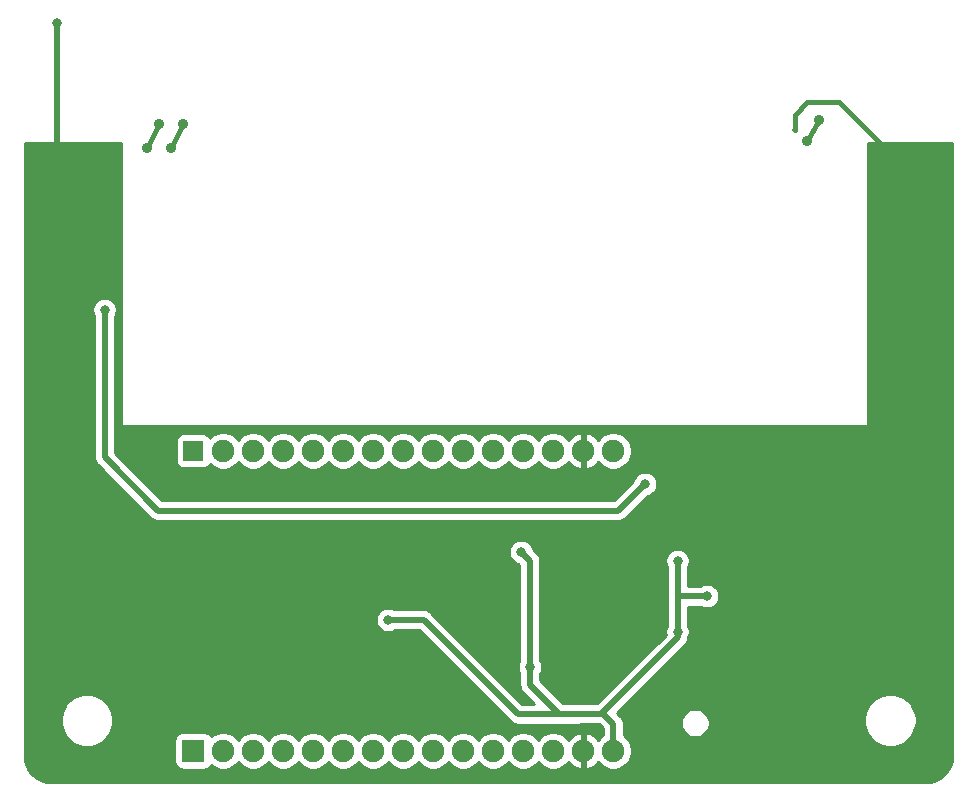
<source format=gbl>
G04 #@! TF.GenerationSoftware,KiCad,Pcbnew,(5.1.6)-1*
G04 #@! TF.CreationDate,2022-02-06T18:42:46-08:00*
G04 #@! TF.ProjectId,MFRC522 PCB ESP32,4d465243-3532-4322-9050-434220455350,rev?*
G04 #@! TF.SameCoordinates,Original*
G04 #@! TF.FileFunction,Copper,L2,Bot*
G04 #@! TF.FilePolarity,Positive*
%FSLAX46Y46*%
G04 Gerber Fmt 4.6, Leading zero omitted, Abs format (unit mm)*
G04 Created by KiCad (PCBNEW (5.1.6)-1) date 2022-02-06 18:42:46*
%MOMM*%
%LPD*%
G01*
G04 APERTURE LIST*
G04 #@! TA.AperFunction,ComponentPad*
%ADD10O,1.900000X1.900000*%
G04 #@! TD*
G04 #@! TA.AperFunction,ComponentPad*
%ADD11R,1.900000X1.900000*%
G04 #@! TD*
G04 #@! TA.AperFunction,ComponentPad*
%ADD12R,1.700000X1.700000*%
G04 #@! TD*
G04 #@! TA.AperFunction,ViaPad*
%ADD13C,0.500000*%
G04 #@! TD*
G04 #@! TA.AperFunction,ViaPad*
%ADD14C,0.800000*%
G04 #@! TD*
G04 #@! TA.AperFunction,ViaPad*
%ADD15C,0.907000*%
G04 #@! TD*
G04 #@! TA.AperFunction,Conductor*
%ADD16C,0.406000*%
G04 #@! TD*
G04 #@! TA.AperFunction,Conductor*
%ADD17C,0.381000*%
G04 #@! TD*
G04 #@! TA.AperFunction,Conductor*
%ADD18C,0.508000*%
G04 #@! TD*
G04 #@! TA.AperFunction,Conductor*
%ADD19C,0.254000*%
G04 #@! TD*
G04 APERTURE END LIST*
D10*
X227560000Y-121600000D03*
X225020000Y-121600000D03*
X222480000Y-121600000D03*
X219940000Y-121600000D03*
X217400000Y-121600000D03*
X214860000Y-121600000D03*
X212320000Y-121600000D03*
X209780000Y-121600000D03*
X207240000Y-121600000D03*
X204700000Y-121600000D03*
X202160000Y-121600000D03*
X199620000Y-121600000D03*
X197080000Y-121600000D03*
X194540000Y-121600000D03*
D11*
X192000000Y-121600000D03*
D10*
X227560000Y-96200000D03*
X225020000Y-96200000D03*
X222480000Y-96200000D03*
X219940000Y-96200000D03*
X217400000Y-96200000D03*
X214860000Y-96200000D03*
X212320000Y-96200000D03*
X209780000Y-96200000D03*
X207240000Y-96200000D03*
X204700000Y-96200000D03*
X202160000Y-96200000D03*
X199620000Y-96200000D03*
X197080000Y-96200000D03*
X194540000Y-96200000D03*
D12*
X192000000Y-96200000D03*
D13*
X189250000Y-103250000D03*
X190250000Y-103250000D03*
X190250000Y-104250000D03*
X189250000Y-104250000D03*
D14*
X227500000Y-109250000D03*
X226500000Y-109250000D03*
X225500000Y-109250000D03*
X225500000Y-108250000D03*
X226500000Y-108250000D03*
X227500000Y-108250000D03*
X227500000Y-107250000D03*
X226500000Y-107250000D03*
X225500000Y-107250000D03*
D13*
X226000000Y-103500000D03*
D15*
X191097000Y-68534000D03*
X190081000Y-70566000D03*
X243929000Y-69931000D03*
X244945000Y-68153000D03*
X189065000Y-68534000D03*
X188049000Y-70566000D03*
D13*
X242913000Y-69042000D03*
D14*
X246000000Y-109000000D03*
X246000000Y-108000000D03*
X245000000Y-108000000D03*
X244000000Y-108000000D03*
X245000000Y-109000000D03*
X243999970Y-109000000D03*
X238500000Y-103500000D03*
X235000000Y-105500012D03*
X224000000Y-116000000D03*
X231500000Y-110500000D03*
X236500000Y-113000000D03*
X218500000Y-114500000D03*
X209250000Y-105250000D03*
X180500000Y-92000000D03*
X180500000Y-76000000D03*
X180500000Y-60000000D03*
X230250000Y-101250000D03*
X225387998Y-99362002D03*
X184500000Y-84250000D03*
X230250000Y-99000000D03*
X235500000Y-108500000D03*
X233000006Y-105500006D03*
X233000000Y-111500000D03*
X220500000Y-114500000D03*
X219750000Y-104750000D03*
X208500000Y-110500000D03*
D16*
X190081000Y-70566000D02*
X191097000Y-68534000D01*
X189065000Y-68534000D02*
X188049000Y-70566000D01*
X244945000Y-68153000D02*
X243929000Y-69931000D01*
D17*
X242913000Y-67771995D02*
X244004560Y-66680435D01*
X252000000Y-72000000D02*
X255000000Y-72000000D01*
X242913000Y-69042000D02*
X242913000Y-67771995D01*
X244004560Y-66680435D02*
X246680435Y-66680435D01*
X246680435Y-66680435D02*
X252000000Y-72000000D01*
D18*
X180500000Y-60000000D02*
X180500000Y-92000000D01*
X184500000Y-84250000D02*
X184500000Y-84250000D01*
X189000000Y-101250000D02*
X184500000Y-96750000D01*
X230250000Y-99000000D02*
X228000000Y-101250000D01*
X184500000Y-96750000D02*
X184500000Y-84250000D01*
X228000000Y-101250000D02*
X189000000Y-101250000D01*
X233000000Y-108500000D02*
X235500000Y-108500000D01*
X233000000Y-112000000D02*
X233000000Y-111500000D01*
X235500000Y-108500000D02*
X235500000Y-108500000D01*
X233000000Y-105500012D02*
X233000012Y-105500000D01*
X233000000Y-108500000D02*
X233000000Y-105500012D01*
X233000000Y-111500000D02*
X233000000Y-108500000D01*
X226560000Y-118440000D02*
X222940000Y-118440000D01*
X222940000Y-118440000D02*
X220500000Y-116000000D01*
X220500000Y-116000000D02*
X220500000Y-114500000D01*
X220500000Y-114500000D02*
X220500000Y-114500000D01*
X226560000Y-118440000D02*
X233000000Y-112000000D01*
X220500000Y-114500000D02*
X220500000Y-105500000D01*
X220500000Y-105500000D02*
X219750000Y-104750000D01*
D17*
X219750000Y-104750000D02*
X219750000Y-104750000D01*
D18*
X211500000Y-110500000D02*
X208500000Y-110500000D01*
X219500000Y-118500000D02*
X211500000Y-110500000D01*
X224460000Y-118500000D02*
X219500000Y-118500000D01*
X208500000Y-110500000D02*
X208500000Y-110500000D01*
X226690000Y-118440000D02*
X226560000Y-118440000D01*
X227560000Y-121600000D02*
X227560000Y-119310000D01*
X227560000Y-119310000D02*
X226690000Y-118440000D01*
D19*
G36*
X185873000Y-94000000D02*
G01*
X185875440Y-94024776D01*
X185882667Y-94048601D01*
X185894403Y-94070557D01*
X185910197Y-94089803D01*
X185929443Y-94105597D01*
X185951399Y-94117333D01*
X185975224Y-94124560D01*
X186000000Y-94127000D01*
X249000000Y-94127000D01*
X249024776Y-94124560D01*
X249048601Y-94117333D01*
X249070557Y-94105597D01*
X249089803Y-94089803D01*
X249105597Y-94070557D01*
X249117333Y-94048601D01*
X249124560Y-94024776D01*
X249127000Y-94000000D01*
X249127000Y-70127000D01*
X256265000Y-70127000D01*
X256265001Y-121964043D01*
X256218406Y-122439255D01*
X256090838Y-122861781D01*
X255883631Y-123251482D01*
X255604676Y-123593513D01*
X255264601Y-123874849D01*
X254876356Y-124084771D01*
X254454737Y-124215285D01*
X253981726Y-124265000D01*
X180035947Y-124265000D01*
X179560745Y-124218406D01*
X179138219Y-124090838D01*
X178748518Y-123883631D01*
X178406487Y-123604676D01*
X178125151Y-123264601D01*
X177915229Y-122876356D01*
X177784715Y-122454737D01*
X177735000Y-121981726D01*
X177735000Y-118779872D01*
X180765000Y-118779872D01*
X180765000Y-119220128D01*
X180850890Y-119651925D01*
X181019369Y-120058669D01*
X181263962Y-120424729D01*
X181575271Y-120736038D01*
X181941331Y-120980631D01*
X182348075Y-121149110D01*
X182779872Y-121235000D01*
X183220128Y-121235000D01*
X183651925Y-121149110D01*
X184058669Y-120980631D01*
X184424729Y-120736038D01*
X184510767Y-120650000D01*
X190411928Y-120650000D01*
X190411928Y-122550000D01*
X190424188Y-122674482D01*
X190460498Y-122794180D01*
X190519463Y-122904494D01*
X190598815Y-123001185D01*
X190695506Y-123080537D01*
X190805820Y-123139502D01*
X190925518Y-123175812D01*
X191050000Y-123188072D01*
X192950000Y-123188072D01*
X193074482Y-123175812D01*
X193194180Y-123139502D01*
X193304494Y-123080537D01*
X193401185Y-123001185D01*
X193480537Y-122904494D01*
X193523182Y-122824711D01*
X193529621Y-122831150D01*
X193789221Y-123004609D01*
X194077673Y-123124089D01*
X194383891Y-123185000D01*
X194696109Y-123185000D01*
X195002327Y-123124089D01*
X195290779Y-123004609D01*
X195550379Y-122831150D01*
X195771150Y-122610379D01*
X195810000Y-122552236D01*
X195848850Y-122610379D01*
X196069621Y-122831150D01*
X196329221Y-123004609D01*
X196617673Y-123124089D01*
X196923891Y-123185000D01*
X197236109Y-123185000D01*
X197542327Y-123124089D01*
X197830779Y-123004609D01*
X198090379Y-122831150D01*
X198311150Y-122610379D01*
X198350000Y-122552236D01*
X198388850Y-122610379D01*
X198609621Y-122831150D01*
X198869221Y-123004609D01*
X199157673Y-123124089D01*
X199463891Y-123185000D01*
X199776109Y-123185000D01*
X200082327Y-123124089D01*
X200370779Y-123004609D01*
X200630379Y-122831150D01*
X200851150Y-122610379D01*
X200890000Y-122552236D01*
X200928850Y-122610379D01*
X201149621Y-122831150D01*
X201409221Y-123004609D01*
X201697673Y-123124089D01*
X202003891Y-123185000D01*
X202316109Y-123185000D01*
X202622327Y-123124089D01*
X202910779Y-123004609D01*
X203170379Y-122831150D01*
X203391150Y-122610379D01*
X203430000Y-122552236D01*
X203468850Y-122610379D01*
X203689621Y-122831150D01*
X203949221Y-123004609D01*
X204237673Y-123124089D01*
X204543891Y-123185000D01*
X204856109Y-123185000D01*
X205162327Y-123124089D01*
X205450779Y-123004609D01*
X205710379Y-122831150D01*
X205931150Y-122610379D01*
X205970000Y-122552236D01*
X206008850Y-122610379D01*
X206229621Y-122831150D01*
X206489221Y-123004609D01*
X206777673Y-123124089D01*
X207083891Y-123185000D01*
X207396109Y-123185000D01*
X207702327Y-123124089D01*
X207990779Y-123004609D01*
X208250379Y-122831150D01*
X208471150Y-122610379D01*
X208510000Y-122552236D01*
X208548850Y-122610379D01*
X208769621Y-122831150D01*
X209029221Y-123004609D01*
X209317673Y-123124089D01*
X209623891Y-123185000D01*
X209936109Y-123185000D01*
X210242327Y-123124089D01*
X210530779Y-123004609D01*
X210790379Y-122831150D01*
X211011150Y-122610379D01*
X211050000Y-122552236D01*
X211088850Y-122610379D01*
X211309621Y-122831150D01*
X211569221Y-123004609D01*
X211857673Y-123124089D01*
X212163891Y-123185000D01*
X212476109Y-123185000D01*
X212782327Y-123124089D01*
X213070779Y-123004609D01*
X213330379Y-122831150D01*
X213551150Y-122610379D01*
X213590000Y-122552236D01*
X213628850Y-122610379D01*
X213849621Y-122831150D01*
X214109221Y-123004609D01*
X214397673Y-123124089D01*
X214703891Y-123185000D01*
X215016109Y-123185000D01*
X215322327Y-123124089D01*
X215610779Y-123004609D01*
X215870379Y-122831150D01*
X216091150Y-122610379D01*
X216130000Y-122552236D01*
X216168850Y-122610379D01*
X216389621Y-122831150D01*
X216649221Y-123004609D01*
X216937673Y-123124089D01*
X217243891Y-123185000D01*
X217556109Y-123185000D01*
X217862327Y-123124089D01*
X218150779Y-123004609D01*
X218410379Y-122831150D01*
X218631150Y-122610379D01*
X218670000Y-122552236D01*
X218708850Y-122610379D01*
X218929621Y-122831150D01*
X219189221Y-123004609D01*
X219477673Y-123124089D01*
X219783891Y-123185000D01*
X220096109Y-123185000D01*
X220402327Y-123124089D01*
X220690779Y-123004609D01*
X220950379Y-122831150D01*
X221171150Y-122610379D01*
X221210000Y-122552236D01*
X221248850Y-122610379D01*
X221469621Y-122831150D01*
X221729221Y-123004609D01*
X222017673Y-123124089D01*
X222323891Y-123185000D01*
X222636109Y-123185000D01*
X222942327Y-123124089D01*
X223230779Y-123004609D01*
X223490379Y-122831150D01*
X223711150Y-122610379D01*
X223752448Y-122548572D01*
X223946044Y-122765702D01*
X224194097Y-122952822D01*
X224473889Y-123087954D01*
X224647412Y-123140586D01*
X224893000Y-123020584D01*
X224893000Y-121727000D01*
X224873000Y-121727000D01*
X224873000Y-121473000D01*
X224893000Y-121473000D01*
X224893000Y-120179416D01*
X224647412Y-120059414D01*
X224473889Y-120112046D01*
X224194097Y-120247178D01*
X223946044Y-120434298D01*
X223752448Y-120651428D01*
X223711150Y-120589621D01*
X223490379Y-120368850D01*
X223230779Y-120195391D01*
X222942327Y-120075911D01*
X222636109Y-120015000D01*
X222323891Y-120015000D01*
X222017673Y-120075911D01*
X221729221Y-120195391D01*
X221469621Y-120368850D01*
X221248850Y-120589621D01*
X221210000Y-120647764D01*
X221171150Y-120589621D01*
X220950379Y-120368850D01*
X220690779Y-120195391D01*
X220402327Y-120075911D01*
X220096109Y-120015000D01*
X219783891Y-120015000D01*
X219477673Y-120075911D01*
X219189221Y-120195391D01*
X218929621Y-120368850D01*
X218708850Y-120589621D01*
X218670000Y-120647764D01*
X218631150Y-120589621D01*
X218410379Y-120368850D01*
X218150779Y-120195391D01*
X217862327Y-120075911D01*
X217556109Y-120015000D01*
X217243891Y-120015000D01*
X216937673Y-120075911D01*
X216649221Y-120195391D01*
X216389621Y-120368850D01*
X216168850Y-120589621D01*
X216130000Y-120647764D01*
X216091150Y-120589621D01*
X215870379Y-120368850D01*
X215610779Y-120195391D01*
X215322327Y-120075911D01*
X215016109Y-120015000D01*
X214703891Y-120015000D01*
X214397673Y-120075911D01*
X214109221Y-120195391D01*
X213849621Y-120368850D01*
X213628850Y-120589621D01*
X213590000Y-120647764D01*
X213551150Y-120589621D01*
X213330379Y-120368850D01*
X213070779Y-120195391D01*
X212782327Y-120075911D01*
X212476109Y-120015000D01*
X212163891Y-120015000D01*
X211857673Y-120075911D01*
X211569221Y-120195391D01*
X211309621Y-120368850D01*
X211088850Y-120589621D01*
X211050000Y-120647764D01*
X211011150Y-120589621D01*
X210790379Y-120368850D01*
X210530779Y-120195391D01*
X210242327Y-120075911D01*
X209936109Y-120015000D01*
X209623891Y-120015000D01*
X209317673Y-120075911D01*
X209029221Y-120195391D01*
X208769621Y-120368850D01*
X208548850Y-120589621D01*
X208510000Y-120647764D01*
X208471150Y-120589621D01*
X208250379Y-120368850D01*
X207990779Y-120195391D01*
X207702327Y-120075911D01*
X207396109Y-120015000D01*
X207083891Y-120015000D01*
X206777673Y-120075911D01*
X206489221Y-120195391D01*
X206229621Y-120368850D01*
X206008850Y-120589621D01*
X205970000Y-120647764D01*
X205931150Y-120589621D01*
X205710379Y-120368850D01*
X205450779Y-120195391D01*
X205162327Y-120075911D01*
X204856109Y-120015000D01*
X204543891Y-120015000D01*
X204237673Y-120075911D01*
X203949221Y-120195391D01*
X203689621Y-120368850D01*
X203468850Y-120589621D01*
X203430000Y-120647764D01*
X203391150Y-120589621D01*
X203170379Y-120368850D01*
X202910779Y-120195391D01*
X202622327Y-120075911D01*
X202316109Y-120015000D01*
X202003891Y-120015000D01*
X201697673Y-120075911D01*
X201409221Y-120195391D01*
X201149621Y-120368850D01*
X200928850Y-120589621D01*
X200890000Y-120647764D01*
X200851150Y-120589621D01*
X200630379Y-120368850D01*
X200370779Y-120195391D01*
X200082327Y-120075911D01*
X199776109Y-120015000D01*
X199463891Y-120015000D01*
X199157673Y-120075911D01*
X198869221Y-120195391D01*
X198609621Y-120368850D01*
X198388850Y-120589621D01*
X198350000Y-120647764D01*
X198311150Y-120589621D01*
X198090379Y-120368850D01*
X197830779Y-120195391D01*
X197542327Y-120075911D01*
X197236109Y-120015000D01*
X196923891Y-120015000D01*
X196617673Y-120075911D01*
X196329221Y-120195391D01*
X196069621Y-120368850D01*
X195848850Y-120589621D01*
X195810000Y-120647764D01*
X195771150Y-120589621D01*
X195550379Y-120368850D01*
X195290779Y-120195391D01*
X195002327Y-120075911D01*
X194696109Y-120015000D01*
X194383891Y-120015000D01*
X194077673Y-120075911D01*
X193789221Y-120195391D01*
X193529621Y-120368850D01*
X193523182Y-120375289D01*
X193480537Y-120295506D01*
X193401185Y-120198815D01*
X193304494Y-120119463D01*
X193194180Y-120060498D01*
X193074482Y-120024188D01*
X192950000Y-120011928D01*
X191050000Y-120011928D01*
X190925518Y-120024188D01*
X190805820Y-120060498D01*
X190695506Y-120119463D01*
X190598815Y-120198815D01*
X190519463Y-120295506D01*
X190460498Y-120405820D01*
X190424188Y-120525518D01*
X190411928Y-120650000D01*
X184510767Y-120650000D01*
X184736038Y-120424729D01*
X184980631Y-120058669D01*
X185149110Y-119651925D01*
X185235000Y-119220128D01*
X185235000Y-118779872D01*
X185149110Y-118348075D01*
X184980631Y-117941331D01*
X184736038Y-117575271D01*
X184424729Y-117263962D01*
X184058669Y-117019369D01*
X183651925Y-116850890D01*
X183220128Y-116765000D01*
X182779872Y-116765000D01*
X182348075Y-116850890D01*
X181941331Y-117019369D01*
X181575271Y-117263962D01*
X181263962Y-117575271D01*
X181019369Y-117941331D01*
X180850890Y-118348075D01*
X180765000Y-118779872D01*
X177735000Y-118779872D01*
X177735000Y-110398061D01*
X207465000Y-110398061D01*
X207465000Y-110601939D01*
X207504774Y-110801898D01*
X207582795Y-110990256D01*
X207696063Y-111159774D01*
X207840226Y-111303937D01*
X208009744Y-111417205D01*
X208198102Y-111495226D01*
X208398061Y-111535000D01*
X208601939Y-111535000D01*
X208801898Y-111495226D01*
X208990256Y-111417205D01*
X209032468Y-111389000D01*
X211131765Y-111389000D01*
X218840506Y-119097742D01*
X218868341Y-119131659D01*
X219003709Y-119242753D01*
X219158149Y-119325303D01*
X219224058Y-119345296D01*
X219325724Y-119376136D01*
X219358924Y-119379406D01*
X219456333Y-119389000D01*
X219456339Y-119389000D01*
X219499999Y-119393300D01*
X219543659Y-119389000D01*
X224503667Y-119389000D01*
X224634274Y-119376136D01*
X224789663Y-119329000D01*
X226321765Y-119329000D01*
X226671001Y-119678237D01*
X226671001Y-120287747D01*
X226549621Y-120368850D01*
X226328850Y-120589621D01*
X226287552Y-120651428D01*
X226093956Y-120434298D01*
X225845903Y-120247178D01*
X225566111Y-120112046D01*
X225392588Y-120059414D01*
X225147000Y-120179416D01*
X225147000Y-121473000D01*
X225167000Y-121473000D01*
X225167000Y-121727000D01*
X225147000Y-121727000D01*
X225147000Y-123020584D01*
X225392588Y-123140586D01*
X225566111Y-123087954D01*
X225845903Y-122952822D01*
X226093956Y-122765702D01*
X226287552Y-122548572D01*
X226328850Y-122610379D01*
X226549621Y-122831150D01*
X226809221Y-123004609D01*
X227097673Y-123124089D01*
X227403891Y-123185000D01*
X227716109Y-123185000D01*
X228022327Y-123124089D01*
X228310779Y-123004609D01*
X228570379Y-122831150D01*
X228791150Y-122610379D01*
X228964609Y-122350779D01*
X229084089Y-122062327D01*
X229145000Y-121756109D01*
X229145000Y-121443891D01*
X229084089Y-121137673D01*
X228964609Y-120849221D01*
X228791150Y-120589621D01*
X228570379Y-120368850D01*
X228449000Y-120287747D01*
X228449000Y-119353660D01*
X228453300Y-119310000D01*
X228449000Y-119266340D01*
X228449000Y-119266333D01*
X228436136Y-119135726D01*
X228434903Y-119131659D01*
X228434621Y-119130727D01*
X233289000Y-119130727D01*
X233289000Y-119369273D01*
X233335538Y-119603236D01*
X233426825Y-119823624D01*
X233559354Y-120021968D01*
X233728032Y-120190646D01*
X233926376Y-120323175D01*
X234146764Y-120414462D01*
X234380727Y-120461000D01*
X234619273Y-120461000D01*
X234853236Y-120414462D01*
X235073624Y-120323175D01*
X235271968Y-120190646D01*
X235440646Y-120021968D01*
X235573175Y-119823624D01*
X235664462Y-119603236D01*
X235711000Y-119369273D01*
X235711000Y-119130727D01*
X235664462Y-118896764D01*
X235616045Y-118779872D01*
X248765000Y-118779872D01*
X248765000Y-119220128D01*
X248850890Y-119651925D01*
X249019369Y-120058669D01*
X249263962Y-120424729D01*
X249575271Y-120736038D01*
X249941331Y-120980631D01*
X250348075Y-121149110D01*
X250779872Y-121235000D01*
X251220128Y-121235000D01*
X251651925Y-121149110D01*
X252058669Y-120980631D01*
X252424729Y-120736038D01*
X252736038Y-120424729D01*
X252980631Y-120058669D01*
X253149110Y-119651925D01*
X253235000Y-119220128D01*
X253235000Y-118779872D01*
X253149110Y-118348075D01*
X252980631Y-117941331D01*
X252736038Y-117575271D01*
X252424729Y-117263962D01*
X252058669Y-117019369D01*
X251651925Y-116850890D01*
X251220128Y-116765000D01*
X250779872Y-116765000D01*
X250348075Y-116850890D01*
X249941331Y-117019369D01*
X249575271Y-117263962D01*
X249263962Y-117575271D01*
X249019369Y-117941331D01*
X248850890Y-118348075D01*
X248765000Y-118779872D01*
X235616045Y-118779872D01*
X235573175Y-118676376D01*
X235440646Y-118478032D01*
X235271968Y-118309354D01*
X235073624Y-118176825D01*
X234853236Y-118085538D01*
X234619273Y-118039000D01*
X234380727Y-118039000D01*
X234146764Y-118085538D01*
X233926376Y-118176825D01*
X233728032Y-118309354D01*
X233559354Y-118478032D01*
X233426825Y-118676376D01*
X233335538Y-118896764D01*
X233289000Y-119130727D01*
X228434621Y-119130727D01*
X228406413Y-119037740D01*
X228385303Y-118968149D01*
X228302753Y-118813709D01*
X228191659Y-118678341D01*
X228157741Y-118650505D01*
X227882235Y-118375000D01*
X233597737Y-112659498D01*
X233631659Y-112631659D01*
X233742753Y-112496291D01*
X233825303Y-112341851D01*
X233855364Y-112242753D01*
X233876136Y-112174276D01*
X233880333Y-112131659D01*
X233889000Y-112043667D01*
X233889000Y-112043661D01*
X233890293Y-112030533D01*
X233917205Y-111990256D01*
X233995226Y-111801898D01*
X234035000Y-111601939D01*
X234035000Y-111398061D01*
X233995226Y-111198102D01*
X233917205Y-111009744D01*
X233889000Y-110967532D01*
X233889000Y-109389000D01*
X234967532Y-109389000D01*
X235009744Y-109417205D01*
X235198102Y-109495226D01*
X235398061Y-109535000D01*
X235601939Y-109535000D01*
X235801898Y-109495226D01*
X235990256Y-109417205D01*
X236159774Y-109303937D01*
X236303937Y-109159774D01*
X236417205Y-108990256D01*
X236495226Y-108801898D01*
X236535000Y-108601939D01*
X236535000Y-108398061D01*
X236495226Y-108198102D01*
X236417205Y-108009744D01*
X236303937Y-107840226D01*
X236159774Y-107696063D01*
X235990256Y-107582795D01*
X235801898Y-107504774D01*
X235601939Y-107465000D01*
X235398061Y-107465000D01*
X235198102Y-107504774D01*
X235009744Y-107582795D01*
X234967532Y-107611000D01*
X233889000Y-107611000D01*
X233889000Y-106032483D01*
X233917211Y-105990262D01*
X233995232Y-105801904D01*
X234035006Y-105601945D01*
X234035006Y-105398067D01*
X233995232Y-105198108D01*
X233917211Y-105009750D01*
X233803943Y-104840232D01*
X233659780Y-104696069D01*
X233490262Y-104582801D01*
X233301904Y-104504780D01*
X233101945Y-104465006D01*
X232898067Y-104465006D01*
X232698108Y-104504780D01*
X232509750Y-104582801D01*
X232340232Y-104696069D01*
X232196069Y-104840232D01*
X232082801Y-105009750D01*
X232004780Y-105198108D01*
X231965006Y-105398067D01*
X231965006Y-105601945D01*
X232004780Y-105801904D01*
X232082801Y-105990262D01*
X232111001Y-106032466D01*
X232111000Y-108456332D01*
X232106699Y-108500000D01*
X232111001Y-108543677D01*
X232111000Y-110967532D01*
X232082795Y-111009744D01*
X232004774Y-111198102D01*
X231965000Y-111398061D01*
X231965000Y-111601939D01*
X231994171Y-111748594D01*
X226191765Y-117551000D01*
X223308236Y-117551000D01*
X221389000Y-115631765D01*
X221389000Y-115032468D01*
X221417205Y-114990256D01*
X221495226Y-114801898D01*
X221535000Y-114601939D01*
X221535000Y-114398061D01*
X221495226Y-114198102D01*
X221417205Y-114009744D01*
X221389000Y-113967532D01*
X221389000Y-105543659D01*
X221393300Y-105499999D01*
X221389000Y-105456339D01*
X221389000Y-105456333D01*
X221376136Y-105325726D01*
X221376136Y-105325724D01*
X221337424Y-105198108D01*
X221325303Y-105158149D01*
X221242753Y-105003709D01*
X221131659Y-104868341D01*
X221097741Y-104840505D01*
X220755130Y-104497895D01*
X220745226Y-104448102D01*
X220667205Y-104259744D01*
X220553937Y-104090226D01*
X220409774Y-103946063D01*
X220240256Y-103832795D01*
X220051898Y-103754774D01*
X219851939Y-103715000D01*
X219648061Y-103715000D01*
X219448102Y-103754774D01*
X219259744Y-103832795D01*
X219090226Y-103946063D01*
X218946063Y-104090226D01*
X218832795Y-104259744D01*
X218754774Y-104448102D01*
X218715000Y-104648061D01*
X218715000Y-104851939D01*
X218754774Y-105051898D01*
X218832795Y-105240256D01*
X218946063Y-105409774D01*
X219090226Y-105553937D01*
X219259744Y-105667205D01*
X219448102Y-105745226D01*
X219497895Y-105755130D01*
X219611001Y-105868237D01*
X219611000Y-113967532D01*
X219582795Y-114009744D01*
X219504774Y-114198102D01*
X219465000Y-114398061D01*
X219465000Y-114601939D01*
X219504774Y-114801898D01*
X219582795Y-114990256D01*
X219611001Y-115032469D01*
X219611000Y-115956340D01*
X219606700Y-116000000D01*
X219611000Y-116043660D01*
X219611000Y-116043666D01*
X219623864Y-116174273D01*
X219674697Y-116341850D01*
X219757247Y-116496290D01*
X219868341Y-116631659D01*
X219902264Y-116659499D01*
X220853765Y-117611000D01*
X219868236Y-117611000D01*
X212159499Y-109902264D01*
X212131659Y-109868341D01*
X211996291Y-109757247D01*
X211841851Y-109674697D01*
X211674274Y-109623864D01*
X211543667Y-109611000D01*
X211543660Y-109611000D01*
X211500000Y-109606700D01*
X211456340Y-109611000D01*
X209032468Y-109611000D01*
X208990256Y-109582795D01*
X208801898Y-109504774D01*
X208601939Y-109465000D01*
X208398061Y-109465000D01*
X208198102Y-109504774D01*
X208009744Y-109582795D01*
X207840226Y-109696063D01*
X207696063Y-109840226D01*
X207582795Y-110009744D01*
X207504774Y-110198102D01*
X207465000Y-110398061D01*
X177735000Y-110398061D01*
X177735000Y-84148061D01*
X183465000Y-84148061D01*
X183465000Y-84351939D01*
X183504774Y-84551898D01*
X183582795Y-84740256D01*
X183611001Y-84782469D01*
X183611000Y-96706340D01*
X183606700Y-96750000D01*
X183611000Y-96793660D01*
X183611000Y-96793666D01*
X183623864Y-96924273D01*
X183674697Y-97091850D01*
X183757247Y-97246290D01*
X183868341Y-97381659D01*
X183902264Y-97409499D01*
X188340506Y-101847742D01*
X188368341Y-101881659D01*
X188503709Y-101992753D01*
X188658149Y-102075303D01*
X188752758Y-102104002D01*
X188825725Y-102126136D01*
X188844073Y-102127943D01*
X188956333Y-102139000D01*
X188956339Y-102139000D01*
X188999999Y-102143300D01*
X189043659Y-102139000D01*
X227956340Y-102139000D01*
X228000000Y-102143300D01*
X228043660Y-102139000D01*
X228043667Y-102139000D01*
X228174274Y-102126136D01*
X228341851Y-102075303D01*
X228496291Y-101992753D01*
X228631659Y-101881659D01*
X228659499Y-101847736D01*
X230502106Y-100005130D01*
X230551898Y-99995226D01*
X230740256Y-99917205D01*
X230909774Y-99803937D01*
X231053937Y-99659774D01*
X231167205Y-99490256D01*
X231245226Y-99301898D01*
X231285000Y-99101939D01*
X231285000Y-98898061D01*
X231245226Y-98698102D01*
X231167205Y-98509744D01*
X231053937Y-98340226D01*
X230909774Y-98196063D01*
X230740256Y-98082795D01*
X230551898Y-98004774D01*
X230351939Y-97965000D01*
X230148061Y-97965000D01*
X229948102Y-98004774D01*
X229759744Y-98082795D01*
X229590226Y-98196063D01*
X229446063Y-98340226D01*
X229332795Y-98509744D01*
X229254774Y-98698102D01*
X229244870Y-98747894D01*
X227631765Y-100361000D01*
X189368236Y-100361000D01*
X185389000Y-96381765D01*
X185389000Y-95350000D01*
X190511928Y-95350000D01*
X190511928Y-97050000D01*
X190524188Y-97174482D01*
X190560498Y-97294180D01*
X190619463Y-97404494D01*
X190698815Y-97501185D01*
X190795506Y-97580537D01*
X190905820Y-97639502D01*
X191025518Y-97675812D01*
X191150000Y-97688072D01*
X192850000Y-97688072D01*
X192974482Y-97675812D01*
X193094180Y-97639502D01*
X193204494Y-97580537D01*
X193301185Y-97501185D01*
X193380537Y-97404494D01*
X193423182Y-97324711D01*
X193529621Y-97431150D01*
X193789221Y-97604609D01*
X194077673Y-97724089D01*
X194383891Y-97785000D01*
X194696109Y-97785000D01*
X195002327Y-97724089D01*
X195290779Y-97604609D01*
X195550379Y-97431150D01*
X195771150Y-97210379D01*
X195810000Y-97152236D01*
X195848850Y-97210379D01*
X196069621Y-97431150D01*
X196329221Y-97604609D01*
X196617673Y-97724089D01*
X196923891Y-97785000D01*
X197236109Y-97785000D01*
X197542327Y-97724089D01*
X197830779Y-97604609D01*
X198090379Y-97431150D01*
X198311150Y-97210379D01*
X198350000Y-97152236D01*
X198388850Y-97210379D01*
X198609621Y-97431150D01*
X198869221Y-97604609D01*
X199157673Y-97724089D01*
X199463891Y-97785000D01*
X199776109Y-97785000D01*
X200082327Y-97724089D01*
X200370779Y-97604609D01*
X200630379Y-97431150D01*
X200851150Y-97210379D01*
X200890000Y-97152236D01*
X200928850Y-97210379D01*
X201149621Y-97431150D01*
X201409221Y-97604609D01*
X201697673Y-97724089D01*
X202003891Y-97785000D01*
X202316109Y-97785000D01*
X202622327Y-97724089D01*
X202910779Y-97604609D01*
X203170379Y-97431150D01*
X203391150Y-97210379D01*
X203430000Y-97152236D01*
X203468850Y-97210379D01*
X203689621Y-97431150D01*
X203949221Y-97604609D01*
X204237673Y-97724089D01*
X204543891Y-97785000D01*
X204856109Y-97785000D01*
X205162327Y-97724089D01*
X205450779Y-97604609D01*
X205710379Y-97431150D01*
X205931150Y-97210379D01*
X205970000Y-97152236D01*
X206008850Y-97210379D01*
X206229621Y-97431150D01*
X206489221Y-97604609D01*
X206777673Y-97724089D01*
X207083891Y-97785000D01*
X207396109Y-97785000D01*
X207702327Y-97724089D01*
X207990779Y-97604609D01*
X208250379Y-97431150D01*
X208471150Y-97210379D01*
X208510000Y-97152236D01*
X208548850Y-97210379D01*
X208769621Y-97431150D01*
X209029221Y-97604609D01*
X209317673Y-97724089D01*
X209623891Y-97785000D01*
X209936109Y-97785000D01*
X210242327Y-97724089D01*
X210530779Y-97604609D01*
X210790379Y-97431150D01*
X211011150Y-97210379D01*
X211050000Y-97152236D01*
X211088850Y-97210379D01*
X211309621Y-97431150D01*
X211569221Y-97604609D01*
X211857673Y-97724089D01*
X212163891Y-97785000D01*
X212476109Y-97785000D01*
X212782327Y-97724089D01*
X213070779Y-97604609D01*
X213330379Y-97431150D01*
X213551150Y-97210379D01*
X213590000Y-97152236D01*
X213628850Y-97210379D01*
X213849621Y-97431150D01*
X214109221Y-97604609D01*
X214397673Y-97724089D01*
X214703891Y-97785000D01*
X215016109Y-97785000D01*
X215322327Y-97724089D01*
X215610779Y-97604609D01*
X215870379Y-97431150D01*
X216091150Y-97210379D01*
X216130000Y-97152236D01*
X216168850Y-97210379D01*
X216389621Y-97431150D01*
X216649221Y-97604609D01*
X216937673Y-97724089D01*
X217243891Y-97785000D01*
X217556109Y-97785000D01*
X217862327Y-97724089D01*
X218150779Y-97604609D01*
X218410379Y-97431150D01*
X218631150Y-97210379D01*
X218670000Y-97152236D01*
X218708850Y-97210379D01*
X218929621Y-97431150D01*
X219189221Y-97604609D01*
X219477673Y-97724089D01*
X219783891Y-97785000D01*
X220096109Y-97785000D01*
X220402327Y-97724089D01*
X220690779Y-97604609D01*
X220950379Y-97431150D01*
X221171150Y-97210379D01*
X221210000Y-97152236D01*
X221248850Y-97210379D01*
X221469621Y-97431150D01*
X221729221Y-97604609D01*
X222017673Y-97724089D01*
X222323891Y-97785000D01*
X222636109Y-97785000D01*
X222942327Y-97724089D01*
X223230779Y-97604609D01*
X223490379Y-97431150D01*
X223711150Y-97210379D01*
X223752448Y-97148572D01*
X223946044Y-97365702D01*
X224194097Y-97552822D01*
X224473889Y-97687954D01*
X224647412Y-97740586D01*
X224893000Y-97620584D01*
X224893000Y-96327000D01*
X224873000Y-96327000D01*
X224873000Y-96073000D01*
X224893000Y-96073000D01*
X224893000Y-94779416D01*
X225147000Y-94779416D01*
X225147000Y-96073000D01*
X225167000Y-96073000D01*
X225167000Y-96327000D01*
X225147000Y-96327000D01*
X225147000Y-97620584D01*
X225392588Y-97740586D01*
X225566111Y-97687954D01*
X225845903Y-97552822D01*
X226093956Y-97365702D01*
X226287552Y-97148572D01*
X226328850Y-97210379D01*
X226549621Y-97431150D01*
X226809221Y-97604609D01*
X227097673Y-97724089D01*
X227403891Y-97785000D01*
X227716109Y-97785000D01*
X228022327Y-97724089D01*
X228310779Y-97604609D01*
X228570379Y-97431150D01*
X228791150Y-97210379D01*
X228964609Y-96950779D01*
X229084089Y-96662327D01*
X229145000Y-96356109D01*
X229145000Y-96043891D01*
X229084089Y-95737673D01*
X228964609Y-95449221D01*
X228791150Y-95189621D01*
X228570379Y-94968850D01*
X228310779Y-94795391D01*
X228022327Y-94675911D01*
X227716109Y-94615000D01*
X227403891Y-94615000D01*
X227097673Y-94675911D01*
X226809221Y-94795391D01*
X226549621Y-94968850D01*
X226328850Y-95189621D01*
X226287552Y-95251428D01*
X226093956Y-95034298D01*
X225845903Y-94847178D01*
X225566111Y-94712046D01*
X225392588Y-94659414D01*
X225147000Y-94779416D01*
X224893000Y-94779416D01*
X224647412Y-94659414D01*
X224473889Y-94712046D01*
X224194097Y-94847178D01*
X223946044Y-95034298D01*
X223752448Y-95251428D01*
X223711150Y-95189621D01*
X223490379Y-94968850D01*
X223230779Y-94795391D01*
X222942327Y-94675911D01*
X222636109Y-94615000D01*
X222323891Y-94615000D01*
X222017673Y-94675911D01*
X221729221Y-94795391D01*
X221469621Y-94968850D01*
X221248850Y-95189621D01*
X221210000Y-95247764D01*
X221171150Y-95189621D01*
X220950379Y-94968850D01*
X220690779Y-94795391D01*
X220402327Y-94675911D01*
X220096109Y-94615000D01*
X219783891Y-94615000D01*
X219477673Y-94675911D01*
X219189221Y-94795391D01*
X218929621Y-94968850D01*
X218708850Y-95189621D01*
X218670000Y-95247764D01*
X218631150Y-95189621D01*
X218410379Y-94968850D01*
X218150779Y-94795391D01*
X217862327Y-94675911D01*
X217556109Y-94615000D01*
X217243891Y-94615000D01*
X216937673Y-94675911D01*
X216649221Y-94795391D01*
X216389621Y-94968850D01*
X216168850Y-95189621D01*
X216130000Y-95247764D01*
X216091150Y-95189621D01*
X215870379Y-94968850D01*
X215610779Y-94795391D01*
X215322327Y-94675911D01*
X215016109Y-94615000D01*
X214703891Y-94615000D01*
X214397673Y-94675911D01*
X214109221Y-94795391D01*
X213849621Y-94968850D01*
X213628850Y-95189621D01*
X213590000Y-95247764D01*
X213551150Y-95189621D01*
X213330379Y-94968850D01*
X213070779Y-94795391D01*
X212782327Y-94675911D01*
X212476109Y-94615000D01*
X212163891Y-94615000D01*
X211857673Y-94675911D01*
X211569221Y-94795391D01*
X211309621Y-94968850D01*
X211088850Y-95189621D01*
X211050000Y-95247764D01*
X211011150Y-95189621D01*
X210790379Y-94968850D01*
X210530779Y-94795391D01*
X210242327Y-94675911D01*
X209936109Y-94615000D01*
X209623891Y-94615000D01*
X209317673Y-94675911D01*
X209029221Y-94795391D01*
X208769621Y-94968850D01*
X208548850Y-95189621D01*
X208510000Y-95247764D01*
X208471150Y-95189621D01*
X208250379Y-94968850D01*
X207990779Y-94795391D01*
X207702327Y-94675911D01*
X207396109Y-94615000D01*
X207083891Y-94615000D01*
X206777673Y-94675911D01*
X206489221Y-94795391D01*
X206229621Y-94968850D01*
X206008850Y-95189621D01*
X205970000Y-95247764D01*
X205931150Y-95189621D01*
X205710379Y-94968850D01*
X205450779Y-94795391D01*
X205162327Y-94675911D01*
X204856109Y-94615000D01*
X204543891Y-94615000D01*
X204237673Y-94675911D01*
X203949221Y-94795391D01*
X203689621Y-94968850D01*
X203468850Y-95189621D01*
X203430000Y-95247764D01*
X203391150Y-95189621D01*
X203170379Y-94968850D01*
X202910779Y-94795391D01*
X202622327Y-94675911D01*
X202316109Y-94615000D01*
X202003891Y-94615000D01*
X201697673Y-94675911D01*
X201409221Y-94795391D01*
X201149621Y-94968850D01*
X200928850Y-95189621D01*
X200890000Y-95247764D01*
X200851150Y-95189621D01*
X200630379Y-94968850D01*
X200370779Y-94795391D01*
X200082327Y-94675911D01*
X199776109Y-94615000D01*
X199463891Y-94615000D01*
X199157673Y-94675911D01*
X198869221Y-94795391D01*
X198609621Y-94968850D01*
X198388850Y-95189621D01*
X198350000Y-95247764D01*
X198311150Y-95189621D01*
X198090379Y-94968850D01*
X197830779Y-94795391D01*
X197542327Y-94675911D01*
X197236109Y-94615000D01*
X196923891Y-94615000D01*
X196617673Y-94675911D01*
X196329221Y-94795391D01*
X196069621Y-94968850D01*
X195848850Y-95189621D01*
X195810000Y-95247764D01*
X195771150Y-95189621D01*
X195550379Y-94968850D01*
X195290779Y-94795391D01*
X195002327Y-94675911D01*
X194696109Y-94615000D01*
X194383891Y-94615000D01*
X194077673Y-94675911D01*
X193789221Y-94795391D01*
X193529621Y-94968850D01*
X193423182Y-95075289D01*
X193380537Y-94995506D01*
X193301185Y-94898815D01*
X193204494Y-94819463D01*
X193094180Y-94760498D01*
X192974482Y-94724188D01*
X192850000Y-94711928D01*
X191150000Y-94711928D01*
X191025518Y-94724188D01*
X190905820Y-94760498D01*
X190795506Y-94819463D01*
X190698815Y-94898815D01*
X190619463Y-94995506D01*
X190560498Y-95105820D01*
X190524188Y-95225518D01*
X190511928Y-95350000D01*
X185389000Y-95350000D01*
X185389000Y-84782468D01*
X185417205Y-84740256D01*
X185495226Y-84551898D01*
X185535000Y-84351939D01*
X185535000Y-84148061D01*
X185495226Y-83948102D01*
X185417205Y-83759744D01*
X185303937Y-83590226D01*
X185159774Y-83446063D01*
X184990256Y-83332795D01*
X184801898Y-83254774D01*
X184601939Y-83215000D01*
X184398061Y-83215000D01*
X184198102Y-83254774D01*
X184009744Y-83332795D01*
X183840226Y-83446063D01*
X183696063Y-83590226D01*
X183582795Y-83759744D01*
X183504774Y-83948102D01*
X183465000Y-84148061D01*
X177735000Y-84148061D01*
X177735000Y-70127000D01*
X185873000Y-70127000D01*
X185873000Y-94000000D01*
G37*
X185873000Y-94000000D02*
X185875440Y-94024776D01*
X185882667Y-94048601D01*
X185894403Y-94070557D01*
X185910197Y-94089803D01*
X185929443Y-94105597D01*
X185951399Y-94117333D01*
X185975224Y-94124560D01*
X186000000Y-94127000D01*
X249000000Y-94127000D01*
X249024776Y-94124560D01*
X249048601Y-94117333D01*
X249070557Y-94105597D01*
X249089803Y-94089803D01*
X249105597Y-94070557D01*
X249117333Y-94048601D01*
X249124560Y-94024776D01*
X249127000Y-94000000D01*
X249127000Y-70127000D01*
X256265000Y-70127000D01*
X256265001Y-121964043D01*
X256218406Y-122439255D01*
X256090838Y-122861781D01*
X255883631Y-123251482D01*
X255604676Y-123593513D01*
X255264601Y-123874849D01*
X254876356Y-124084771D01*
X254454737Y-124215285D01*
X253981726Y-124265000D01*
X180035947Y-124265000D01*
X179560745Y-124218406D01*
X179138219Y-124090838D01*
X178748518Y-123883631D01*
X178406487Y-123604676D01*
X178125151Y-123264601D01*
X177915229Y-122876356D01*
X177784715Y-122454737D01*
X177735000Y-121981726D01*
X177735000Y-118779872D01*
X180765000Y-118779872D01*
X180765000Y-119220128D01*
X180850890Y-119651925D01*
X181019369Y-120058669D01*
X181263962Y-120424729D01*
X181575271Y-120736038D01*
X181941331Y-120980631D01*
X182348075Y-121149110D01*
X182779872Y-121235000D01*
X183220128Y-121235000D01*
X183651925Y-121149110D01*
X184058669Y-120980631D01*
X184424729Y-120736038D01*
X184510767Y-120650000D01*
X190411928Y-120650000D01*
X190411928Y-122550000D01*
X190424188Y-122674482D01*
X190460498Y-122794180D01*
X190519463Y-122904494D01*
X190598815Y-123001185D01*
X190695506Y-123080537D01*
X190805820Y-123139502D01*
X190925518Y-123175812D01*
X191050000Y-123188072D01*
X192950000Y-123188072D01*
X193074482Y-123175812D01*
X193194180Y-123139502D01*
X193304494Y-123080537D01*
X193401185Y-123001185D01*
X193480537Y-122904494D01*
X193523182Y-122824711D01*
X193529621Y-122831150D01*
X193789221Y-123004609D01*
X194077673Y-123124089D01*
X194383891Y-123185000D01*
X194696109Y-123185000D01*
X195002327Y-123124089D01*
X195290779Y-123004609D01*
X195550379Y-122831150D01*
X195771150Y-122610379D01*
X195810000Y-122552236D01*
X195848850Y-122610379D01*
X196069621Y-122831150D01*
X196329221Y-123004609D01*
X196617673Y-123124089D01*
X196923891Y-123185000D01*
X197236109Y-123185000D01*
X197542327Y-123124089D01*
X197830779Y-123004609D01*
X198090379Y-122831150D01*
X198311150Y-122610379D01*
X198350000Y-122552236D01*
X198388850Y-122610379D01*
X198609621Y-122831150D01*
X198869221Y-123004609D01*
X199157673Y-123124089D01*
X199463891Y-123185000D01*
X199776109Y-123185000D01*
X200082327Y-123124089D01*
X200370779Y-123004609D01*
X200630379Y-122831150D01*
X200851150Y-122610379D01*
X200890000Y-122552236D01*
X200928850Y-122610379D01*
X201149621Y-122831150D01*
X201409221Y-123004609D01*
X201697673Y-123124089D01*
X202003891Y-123185000D01*
X202316109Y-123185000D01*
X202622327Y-123124089D01*
X202910779Y-123004609D01*
X203170379Y-122831150D01*
X203391150Y-122610379D01*
X203430000Y-122552236D01*
X203468850Y-122610379D01*
X203689621Y-122831150D01*
X203949221Y-123004609D01*
X204237673Y-123124089D01*
X204543891Y-123185000D01*
X204856109Y-123185000D01*
X205162327Y-123124089D01*
X205450779Y-123004609D01*
X205710379Y-122831150D01*
X205931150Y-122610379D01*
X205970000Y-122552236D01*
X206008850Y-122610379D01*
X206229621Y-122831150D01*
X206489221Y-123004609D01*
X206777673Y-123124089D01*
X207083891Y-123185000D01*
X207396109Y-123185000D01*
X207702327Y-123124089D01*
X207990779Y-123004609D01*
X208250379Y-122831150D01*
X208471150Y-122610379D01*
X208510000Y-122552236D01*
X208548850Y-122610379D01*
X208769621Y-122831150D01*
X209029221Y-123004609D01*
X209317673Y-123124089D01*
X209623891Y-123185000D01*
X209936109Y-123185000D01*
X210242327Y-123124089D01*
X210530779Y-123004609D01*
X210790379Y-122831150D01*
X211011150Y-122610379D01*
X211050000Y-122552236D01*
X211088850Y-122610379D01*
X211309621Y-122831150D01*
X211569221Y-123004609D01*
X211857673Y-123124089D01*
X212163891Y-123185000D01*
X212476109Y-123185000D01*
X212782327Y-123124089D01*
X213070779Y-123004609D01*
X213330379Y-122831150D01*
X213551150Y-122610379D01*
X213590000Y-122552236D01*
X213628850Y-122610379D01*
X213849621Y-122831150D01*
X214109221Y-123004609D01*
X214397673Y-123124089D01*
X214703891Y-123185000D01*
X215016109Y-123185000D01*
X215322327Y-123124089D01*
X215610779Y-123004609D01*
X215870379Y-122831150D01*
X216091150Y-122610379D01*
X216130000Y-122552236D01*
X216168850Y-122610379D01*
X216389621Y-122831150D01*
X216649221Y-123004609D01*
X216937673Y-123124089D01*
X217243891Y-123185000D01*
X217556109Y-123185000D01*
X217862327Y-123124089D01*
X218150779Y-123004609D01*
X218410379Y-122831150D01*
X218631150Y-122610379D01*
X218670000Y-122552236D01*
X218708850Y-122610379D01*
X218929621Y-122831150D01*
X219189221Y-123004609D01*
X219477673Y-123124089D01*
X219783891Y-123185000D01*
X220096109Y-123185000D01*
X220402327Y-123124089D01*
X220690779Y-123004609D01*
X220950379Y-122831150D01*
X221171150Y-122610379D01*
X221210000Y-122552236D01*
X221248850Y-122610379D01*
X221469621Y-122831150D01*
X221729221Y-123004609D01*
X222017673Y-123124089D01*
X222323891Y-123185000D01*
X222636109Y-123185000D01*
X222942327Y-123124089D01*
X223230779Y-123004609D01*
X223490379Y-122831150D01*
X223711150Y-122610379D01*
X223752448Y-122548572D01*
X223946044Y-122765702D01*
X224194097Y-122952822D01*
X224473889Y-123087954D01*
X224647412Y-123140586D01*
X224893000Y-123020584D01*
X224893000Y-121727000D01*
X224873000Y-121727000D01*
X224873000Y-121473000D01*
X224893000Y-121473000D01*
X224893000Y-120179416D01*
X224647412Y-120059414D01*
X224473889Y-120112046D01*
X224194097Y-120247178D01*
X223946044Y-120434298D01*
X223752448Y-120651428D01*
X223711150Y-120589621D01*
X223490379Y-120368850D01*
X223230779Y-120195391D01*
X222942327Y-120075911D01*
X222636109Y-120015000D01*
X222323891Y-120015000D01*
X222017673Y-120075911D01*
X221729221Y-120195391D01*
X221469621Y-120368850D01*
X221248850Y-120589621D01*
X221210000Y-120647764D01*
X221171150Y-120589621D01*
X220950379Y-120368850D01*
X220690779Y-120195391D01*
X220402327Y-120075911D01*
X220096109Y-120015000D01*
X219783891Y-120015000D01*
X219477673Y-120075911D01*
X219189221Y-120195391D01*
X218929621Y-120368850D01*
X218708850Y-120589621D01*
X218670000Y-120647764D01*
X218631150Y-120589621D01*
X218410379Y-120368850D01*
X218150779Y-120195391D01*
X217862327Y-120075911D01*
X217556109Y-120015000D01*
X217243891Y-120015000D01*
X216937673Y-120075911D01*
X216649221Y-120195391D01*
X216389621Y-120368850D01*
X216168850Y-120589621D01*
X216130000Y-120647764D01*
X216091150Y-120589621D01*
X215870379Y-120368850D01*
X215610779Y-120195391D01*
X215322327Y-120075911D01*
X215016109Y-120015000D01*
X214703891Y-120015000D01*
X214397673Y-120075911D01*
X214109221Y-120195391D01*
X213849621Y-120368850D01*
X213628850Y-120589621D01*
X213590000Y-120647764D01*
X213551150Y-120589621D01*
X213330379Y-120368850D01*
X213070779Y-120195391D01*
X212782327Y-120075911D01*
X212476109Y-120015000D01*
X212163891Y-120015000D01*
X211857673Y-120075911D01*
X211569221Y-120195391D01*
X211309621Y-120368850D01*
X211088850Y-120589621D01*
X211050000Y-120647764D01*
X211011150Y-120589621D01*
X210790379Y-120368850D01*
X210530779Y-120195391D01*
X210242327Y-120075911D01*
X209936109Y-120015000D01*
X209623891Y-120015000D01*
X209317673Y-120075911D01*
X209029221Y-120195391D01*
X208769621Y-120368850D01*
X208548850Y-120589621D01*
X208510000Y-120647764D01*
X208471150Y-120589621D01*
X208250379Y-120368850D01*
X207990779Y-120195391D01*
X207702327Y-120075911D01*
X207396109Y-120015000D01*
X207083891Y-120015000D01*
X206777673Y-120075911D01*
X206489221Y-120195391D01*
X206229621Y-120368850D01*
X206008850Y-120589621D01*
X205970000Y-120647764D01*
X205931150Y-120589621D01*
X205710379Y-120368850D01*
X205450779Y-120195391D01*
X205162327Y-120075911D01*
X204856109Y-120015000D01*
X204543891Y-120015000D01*
X204237673Y-120075911D01*
X203949221Y-120195391D01*
X203689621Y-120368850D01*
X203468850Y-120589621D01*
X203430000Y-120647764D01*
X203391150Y-120589621D01*
X203170379Y-120368850D01*
X202910779Y-120195391D01*
X202622327Y-120075911D01*
X202316109Y-120015000D01*
X202003891Y-120015000D01*
X201697673Y-120075911D01*
X201409221Y-120195391D01*
X201149621Y-120368850D01*
X200928850Y-120589621D01*
X200890000Y-120647764D01*
X200851150Y-120589621D01*
X200630379Y-120368850D01*
X200370779Y-120195391D01*
X200082327Y-120075911D01*
X199776109Y-120015000D01*
X199463891Y-120015000D01*
X199157673Y-120075911D01*
X198869221Y-120195391D01*
X198609621Y-120368850D01*
X198388850Y-120589621D01*
X198350000Y-120647764D01*
X198311150Y-120589621D01*
X198090379Y-120368850D01*
X197830779Y-120195391D01*
X197542327Y-120075911D01*
X197236109Y-120015000D01*
X196923891Y-120015000D01*
X196617673Y-120075911D01*
X196329221Y-120195391D01*
X196069621Y-120368850D01*
X195848850Y-120589621D01*
X195810000Y-120647764D01*
X195771150Y-120589621D01*
X195550379Y-120368850D01*
X195290779Y-120195391D01*
X195002327Y-120075911D01*
X194696109Y-120015000D01*
X194383891Y-120015000D01*
X194077673Y-120075911D01*
X193789221Y-120195391D01*
X193529621Y-120368850D01*
X193523182Y-120375289D01*
X193480537Y-120295506D01*
X193401185Y-120198815D01*
X193304494Y-120119463D01*
X193194180Y-120060498D01*
X193074482Y-120024188D01*
X192950000Y-120011928D01*
X191050000Y-120011928D01*
X190925518Y-120024188D01*
X190805820Y-120060498D01*
X190695506Y-120119463D01*
X190598815Y-120198815D01*
X190519463Y-120295506D01*
X190460498Y-120405820D01*
X190424188Y-120525518D01*
X190411928Y-120650000D01*
X184510767Y-120650000D01*
X184736038Y-120424729D01*
X184980631Y-120058669D01*
X185149110Y-119651925D01*
X185235000Y-119220128D01*
X185235000Y-118779872D01*
X185149110Y-118348075D01*
X184980631Y-117941331D01*
X184736038Y-117575271D01*
X184424729Y-117263962D01*
X184058669Y-117019369D01*
X183651925Y-116850890D01*
X183220128Y-116765000D01*
X182779872Y-116765000D01*
X182348075Y-116850890D01*
X181941331Y-117019369D01*
X181575271Y-117263962D01*
X181263962Y-117575271D01*
X181019369Y-117941331D01*
X180850890Y-118348075D01*
X180765000Y-118779872D01*
X177735000Y-118779872D01*
X177735000Y-110398061D01*
X207465000Y-110398061D01*
X207465000Y-110601939D01*
X207504774Y-110801898D01*
X207582795Y-110990256D01*
X207696063Y-111159774D01*
X207840226Y-111303937D01*
X208009744Y-111417205D01*
X208198102Y-111495226D01*
X208398061Y-111535000D01*
X208601939Y-111535000D01*
X208801898Y-111495226D01*
X208990256Y-111417205D01*
X209032468Y-111389000D01*
X211131765Y-111389000D01*
X218840506Y-119097742D01*
X218868341Y-119131659D01*
X219003709Y-119242753D01*
X219158149Y-119325303D01*
X219224058Y-119345296D01*
X219325724Y-119376136D01*
X219358924Y-119379406D01*
X219456333Y-119389000D01*
X219456339Y-119389000D01*
X219499999Y-119393300D01*
X219543659Y-119389000D01*
X224503667Y-119389000D01*
X224634274Y-119376136D01*
X224789663Y-119329000D01*
X226321765Y-119329000D01*
X226671001Y-119678237D01*
X226671001Y-120287747D01*
X226549621Y-120368850D01*
X226328850Y-120589621D01*
X226287552Y-120651428D01*
X226093956Y-120434298D01*
X225845903Y-120247178D01*
X225566111Y-120112046D01*
X225392588Y-120059414D01*
X225147000Y-120179416D01*
X225147000Y-121473000D01*
X225167000Y-121473000D01*
X225167000Y-121727000D01*
X225147000Y-121727000D01*
X225147000Y-123020584D01*
X225392588Y-123140586D01*
X225566111Y-123087954D01*
X225845903Y-122952822D01*
X226093956Y-122765702D01*
X226287552Y-122548572D01*
X226328850Y-122610379D01*
X226549621Y-122831150D01*
X226809221Y-123004609D01*
X227097673Y-123124089D01*
X227403891Y-123185000D01*
X227716109Y-123185000D01*
X228022327Y-123124089D01*
X228310779Y-123004609D01*
X228570379Y-122831150D01*
X228791150Y-122610379D01*
X228964609Y-122350779D01*
X229084089Y-122062327D01*
X229145000Y-121756109D01*
X229145000Y-121443891D01*
X229084089Y-121137673D01*
X228964609Y-120849221D01*
X228791150Y-120589621D01*
X228570379Y-120368850D01*
X228449000Y-120287747D01*
X228449000Y-119353660D01*
X228453300Y-119310000D01*
X228449000Y-119266340D01*
X228449000Y-119266333D01*
X228436136Y-119135726D01*
X228434903Y-119131659D01*
X228434621Y-119130727D01*
X233289000Y-119130727D01*
X233289000Y-119369273D01*
X233335538Y-119603236D01*
X233426825Y-119823624D01*
X233559354Y-120021968D01*
X233728032Y-120190646D01*
X233926376Y-120323175D01*
X234146764Y-120414462D01*
X234380727Y-120461000D01*
X234619273Y-120461000D01*
X234853236Y-120414462D01*
X235073624Y-120323175D01*
X235271968Y-120190646D01*
X235440646Y-120021968D01*
X235573175Y-119823624D01*
X235664462Y-119603236D01*
X235711000Y-119369273D01*
X235711000Y-119130727D01*
X235664462Y-118896764D01*
X235616045Y-118779872D01*
X248765000Y-118779872D01*
X248765000Y-119220128D01*
X248850890Y-119651925D01*
X249019369Y-120058669D01*
X249263962Y-120424729D01*
X249575271Y-120736038D01*
X249941331Y-120980631D01*
X250348075Y-121149110D01*
X250779872Y-121235000D01*
X251220128Y-121235000D01*
X251651925Y-121149110D01*
X252058669Y-120980631D01*
X252424729Y-120736038D01*
X252736038Y-120424729D01*
X252980631Y-120058669D01*
X253149110Y-119651925D01*
X253235000Y-119220128D01*
X253235000Y-118779872D01*
X253149110Y-118348075D01*
X252980631Y-117941331D01*
X252736038Y-117575271D01*
X252424729Y-117263962D01*
X252058669Y-117019369D01*
X251651925Y-116850890D01*
X251220128Y-116765000D01*
X250779872Y-116765000D01*
X250348075Y-116850890D01*
X249941331Y-117019369D01*
X249575271Y-117263962D01*
X249263962Y-117575271D01*
X249019369Y-117941331D01*
X248850890Y-118348075D01*
X248765000Y-118779872D01*
X235616045Y-118779872D01*
X235573175Y-118676376D01*
X235440646Y-118478032D01*
X235271968Y-118309354D01*
X235073624Y-118176825D01*
X234853236Y-118085538D01*
X234619273Y-118039000D01*
X234380727Y-118039000D01*
X234146764Y-118085538D01*
X233926376Y-118176825D01*
X233728032Y-118309354D01*
X233559354Y-118478032D01*
X233426825Y-118676376D01*
X233335538Y-118896764D01*
X233289000Y-119130727D01*
X228434621Y-119130727D01*
X228406413Y-119037740D01*
X228385303Y-118968149D01*
X228302753Y-118813709D01*
X228191659Y-118678341D01*
X228157741Y-118650505D01*
X227882235Y-118375000D01*
X233597737Y-112659498D01*
X233631659Y-112631659D01*
X233742753Y-112496291D01*
X233825303Y-112341851D01*
X233855364Y-112242753D01*
X233876136Y-112174276D01*
X233880333Y-112131659D01*
X233889000Y-112043667D01*
X233889000Y-112043661D01*
X233890293Y-112030533D01*
X233917205Y-111990256D01*
X233995226Y-111801898D01*
X234035000Y-111601939D01*
X234035000Y-111398061D01*
X233995226Y-111198102D01*
X233917205Y-111009744D01*
X233889000Y-110967532D01*
X233889000Y-109389000D01*
X234967532Y-109389000D01*
X235009744Y-109417205D01*
X235198102Y-109495226D01*
X235398061Y-109535000D01*
X235601939Y-109535000D01*
X235801898Y-109495226D01*
X235990256Y-109417205D01*
X236159774Y-109303937D01*
X236303937Y-109159774D01*
X236417205Y-108990256D01*
X236495226Y-108801898D01*
X236535000Y-108601939D01*
X236535000Y-108398061D01*
X236495226Y-108198102D01*
X236417205Y-108009744D01*
X236303937Y-107840226D01*
X236159774Y-107696063D01*
X235990256Y-107582795D01*
X235801898Y-107504774D01*
X235601939Y-107465000D01*
X235398061Y-107465000D01*
X235198102Y-107504774D01*
X235009744Y-107582795D01*
X234967532Y-107611000D01*
X233889000Y-107611000D01*
X233889000Y-106032483D01*
X233917211Y-105990262D01*
X233995232Y-105801904D01*
X234035006Y-105601945D01*
X234035006Y-105398067D01*
X233995232Y-105198108D01*
X233917211Y-105009750D01*
X233803943Y-104840232D01*
X233659780Y-104696069D01*
X233490262Y-104582801D01*
X233301904Y-104504780D01*
X233101945Y-104465006D01*
X232898067Y-104465006D01*
X232698108Y-104504780D01*
X232509750Y-104582801D01*
X232340232Y-104696069D01*
X232196069Y-104840232D01*
X232082801Y-105009750D01*
X232004780Y-105198108D01*
X231965006Y-105398067D01*
X231965006Y-105601945D01*
X232004780Y-105801904D01*
X232082801Y-105990262D01*
X232111001Y-106032466D01*
X232111000Y-108456332D01*
X232106699Y-108500000D01*
X232111001Y-108543677D01*
X232111000Y-110967532D01*
X232082795Y-111009744D01*
X232004774Y-111198102D01*
X231965000Y-111398061D01*
X231965000Y-111601939D01*
X231994171Y-111748594D01*
X226191765Y-117551000D01*
X223308236Y-117551000D01*
X221389000Y-115631765D01*
X221389000Y-115032468D01*
X221417205Y-114990256D01*
X221495226Y-114801898D01*
X221535000Y-114601939D01*
X221535000Y-114398061D01*
X221495226Y-114198102D01*
X221417205Y-114009744D01*
X221389000Y-113967532D01*
X221389000Y-105543659D01*
X221393300Y-105499999D01*
X221389000Y-105456339D01*
X221389000Y-105456333D01*
X221376136Y-105325726D01*
X221376136Y-105325724D01*
X221337424Y-105198108D01*
X221325303Y-105158149D01*
X221242753Y-105003709D01*
X221131659Y-104868341D01*
X221097741Y-104840505D01*
X220755130Y-104497895D01*
X220745226Y-104448102D01*
X220667205Y-104259744D01*
X220553937Y-104090226D01*
X220409774Y-103946063D01*
X220240256Y-103832795D01*
X220051898Y-103754774D01*
X219851939Y-103715000D01*
X219648061Y-103715000D01*
X219448102Y-103754774D01*
X219259744Y-103832795D01*
X219090226Y-103946063D01*
X218946063Y-104090226D01*
X218832795Y-104259744D01*
X218754774Y-104448102D01*
X218715000Y-104648061D01*
X218715000Y-104851939D01*
X218754774Y-105051898D01*
X218832795Y-105240256D01*
X218946063Y-105409774D01*
X219090226Y-105553937D01*
X219259744Y-105667205D01*
X219448102Y-105745226D01*
X219497895Y-105755130D01*
X219611001Y-105868237D01*
X219611000Y-113967532D01*
X219582795Y-114009744D01*
X219504774Y-114198102D01*
X219465000Y-114398061D01*
X219465000Y-114601939D01*
X219504774Y-114801898D01*
X219582795Y-114990256D01*
X219611001Y-115032469D01*
X219611000Y-115956340D01*
X219606700Y-116000000D01*
X219611000Y-116043660D01*
X219611000Y-116043666D01*
X219623864Y-116174273D01*
X219674697Y-116341850D01*
X219757247Y-116496290D01*
X219868341Y-116631659D01*
X219902264Y-116659499D01*
X220853765Y-117611000D01*
X219868236Y-117611000D01*
X212159499Y-109902264D01*
X212131659Y-109868341D01*
X211996291Y-109757247D01*
X211841851Y-109674697D01*
X211674274Y-109623864D01*
X211543667Y-109611000D01*
X211543660Y-109611000D01*
X211500000Y-109606700D01*
X211456340Y-109611000D01*
X209032468Y-109611000D01*
X208990256Y-109582795D01*
X208801898Y-109504774D01*
X208601939Y-109465000D01*
X208398061Y-109465000D01*
X208198102Y-109504774D01*
X208009744Y-109582795D01*
X207840226Y-109696063D01*
X207696063Y-109840226D01*
X207582795Y-110009744D01*
X207504774Y-110198102D01*
X207465000Y-110398061D01*
X177735000Y-110398061D01*
X177735000Y-84148061D01*
X183465000Y-84148061D01*
X183465000Y-84351939D01*
X183504774Y-84551898D01*
X183582795Y-84740256D01*
X183611001Y-84782469D01*
X183611000Y-96706340D01*
X183606700Y-96750000D01*
X183611000Y-96793660D01*
X183611000Y-96793666D01*
X183623864Y-96924273D01*
X183674697Y-97091850D01*
X183757247Y-97246290D01*
X183868341Y-97381659D01*
X183902264Y-97409499D01*
X188340506Y-101847742D01*
X188368341Y-101881659D01*
X188503709Y-101992753D01*
X188658149Y-102075303D01*
X188752758Y-102104002D01*
X188825725Y-102126136D01*
X188844073Y-102127943D01*
X188956333Y-102139000D01*
X188956339Y-102139000D01*
X188999999Y-102143300D01*
X189043659Y-102139000D01*
X227956340Y-102139000D01*
X228000000Y-102143300D01*
X228043660Y-102139000D01*
X228043667Y-102139000D01*
X228174274Y-102126136D01*
X228341851Y-102075303D01*
X228496291Y-101992753D01*
X228631659Y-101881659D01*
X228659499Y-101847736D01*
X230502106Y-100005130D01*
X230551898Y-99995226D01*
X230740256Y-99917205D01*
X230909774Y-99803937D01*
X231053937Y-99659774D01*
X231167205Y-99490256D01*
X231245226Y-99301898D01*
X231285000Y-99101939D01*
X231285000Y-98898061D01*
X231245226Y-98698102D01*
X231167205Y-98509744D01*
X231053937Y-98340226D01*
X230909774Y-98196063D01*
X230740256Y-98082795D01*
X230551898Y-98004774D01*
X230351939Y-97965000D01*
X230148061Y-97965000D01*
X229948102Y-98004774D01*
X229759744Y-98082795D01*
X229590226Y-98196063D01*
X229446063Y-98340226D01*
X229332795Y-98509744D01*
X229254774Y-98698102D01*
X229244870Y-98747894D01*
X227631765Y-100361000D01*
X189368236Y-100361000D01*
X185389000Y-96381765D01*
X185389000Y-95350000D01*
X190511928Y-95350000D01*
X190511928Y-97050000D01*
X190524188Y-97174482D01*
X190560498Y-97294180D01*
X190619463Y-97404494D01*
X190698815Y-97501185D01*
X190795506Y-97580537D01*
X190905820Y-97639502D01*
X191025518Y-97675812D01*
X191150000Y-97688072D01*
X192850000Y-97688072D01*
X192974482Y-97675812D01*
X193094180Y-97639502D01*
X193204494Y-97580537D01*
X193301185Y-97501185D01*
X193380537Y-97404494D01*
X193423182Y-97324711D01*
X193529621Y-97431150D01*
X193789221Y-97604609D01*
X194077673Y-97724089D01*
X194383891Y-97785000D01*
X194696109Y-97785000D01*
X195002327Y-97724089D01*
X195290779Y-97604609D01*
X195550379Y-97431150D01*
X195771150Y-97210379D01*
X195810000Y-97152236D01*
X195848850Y-97210379D01*
X196069621Y-97431150D01*
X196329221Y-97604609D01*
X196617673Y-97724089D01*
X196923891Y-97785000D01*
X197236109Y-97785000D01*
X197542327Y-97724089D01*
X197830779Y-97604609D01*
X198090379Y-97431150D01*
X198311150Y-97210379D01*
X198350000Y-97152236D01*
X198388850Y-97210379D01*
X198609621Y-97431150D01*
X198869221Y-97604609D01*
X199157673Y-97724089D01*
X199463891Y-97785000D01*
X199776109Y-97785000D01*
X200082327Y-97724089D01*
X200370779Y-97604609D01*
X200630379Y-97431150D01*
X200851150Y-97210379D01*
X200890000Y-97152236D01*
X200928850Y-97210379D01*
X201149621Y-97431150D01*
X201409221Y-97604609D01*
X201697673Y-97724089D01*
X202003891Y-97785000D01*
X202316109Y-97785000D01*
X202622327Y-97724089D01*
X202910779Y-97604609D01*
X203170379Y-97431150D01*
X203391150Y-97210379D01*
X203430000Y-97152236D01*
X203468850Y-97210379D01*
X203689621Y-97431150D01*
X203949221Y-97604609D01*
X204237673Y-97724089D01*
X204543891Y-97785000D01*
X204856109Y-97785000D01*
X205162327Y-97724089D01*
X205450779Y-97604609D01*
X205710379Y-97431150D01*
X205931150Y-97210379D01*
X205970000Y-97152236D01*
X206008850Y-97210379D01*
X206229621Y-97431150D01*
X206489221Y-97604609D01*
X206777673Y-97724089D01*
X207083891Y-97785000D01*
X207396109Y-97785000D01*
X207702327Y-97724089D01*
X207990779Y-97604609D01*
X208250379Y-97431150D01*
X208471150Y-97210379D01*
X208510000Y-97152236D01*
X208548850Y-97210379D01*
X208769621Y-97431150D01*
X209029221Y-97604609D01*
X209317673Y-97724089D01*
X209623891Y-97785000D01*
X209936109Y-97785000D01*
X210242327Y-97724089D01*
X210530779Y-97604609D01*
X210790379Y-97431150D01*
X211011150Y-97210379D01*
X211050000Y-97152236D01*
X211088850Y-97210379D01*
X211309621Y-97431150D01*
X211569221Y-97604609D01*
X211857673Y-97724089D01*
X212163891Y-97785000D01*
X212476109Y-97785000D01*
X212782327Y-97724089D01*
X213070779Y-97604609D01*
X213330379Y-97431150D01*
X213551150Y-97210379D01*
X213590000Y-97152236D01*
X213628850Y-97210379D01*
X213849621Y-97431150D01*
X214109221Y-97604609D01*
X214397673Y-97724089D01*
X214703891Y-97785000D01*
X215016109Y-97785000D01*
X215322327Y-97724089D01*
X215610779Y-97604609D01*
X215870379Y-97431150D01*
X216091150Y-97210379D01*
X216130000Y-97152236D01*
X216168850Y-97210379D01*
X216389621Y-97431150D01*
X216649221Y-97604609D01*
X216937673Y-97724089D01*
X217243891Y-97785000D01*
X217556109Y-97785000D01*
X217862327Y-97724089D01*
X218150779Y-97604609D01*
X218410379Y-97431150D01*
X218631150Y-97210379D01*
X218670000Y-97152236D01*
X218708850Y-97210379D01*
X218929621Y-97431150D01*
X219189221Y-97604609D01*
X219477673Y-97724089D01*
X219783891Y-97785000D01*
X220096109Y-97785000D01*
X220402327Y-97724089D01*
X220690779Y-97604609D01*
X220950379Y-97431150D01*
X221171150Y-97210379D01*
X221210000Y-97152236D01*
X221248850Y-97210379D01*
X221469621Y-97431150D01*
X221729221Y-97604609D01*
X222017673Y-97724089D01*
X222323891Y-97785000D01*
X222636109Y-97785000D01*
X222942327Y-97724089D01*
X223230779Y-97604609D01*
X223490379Y-97431150D01*
X223711150Y-97210379D01*
X223752448Y-97148572D01*
X223946044Y-97365702D01*
X224194097Y-97552822D01*
X224473889Y-97687954D01*
X224647412Y-97740586D01*
X224893000Y-97620584D01*
X224893000Y-96327000D01*
X224873000Y-96327000D01*
X224873000Y-96073000D01*
X224893000Y-96073000D01*
X224893000Y-94779416D01*
X225147000Y-94779416D01*
X225147000Y-96073000D01*
X225167000Y-96073000D01*
X225167000Y-96327000D01*
X225147000Y-96327000D01*
X225147000Y-97620584D01*
X225392588Y-97740586D01*
X225566111Y-97687954D01*
X225845903Y-97552822D01*
X226093956Y-97365702D01*
X226287552Y-97148572D01*
X226328850Y-97210379D01*
X226549621Y-97431150D01*
X226809221Y-97604609D01*
X227097673Y-97724089D01*
X227403891Y-97785000D01*
X227716109Y-97785000D01*
X228022327Y-97724089D01*
X228310779Y-97604609D01*
X228570379Y-97431150D01*
X228791150Y-97210379D01*
X228964609Y-96950779D01*
X229084089Y-96662327D01*
X229145000Y-96356109D01*
X229145000Y-96043891D01*
X229084089Y-95737673D01*
X228964609Y-95449221D01*
X228791150Y-95189621D01*
X228570379Y-94968850D01*
X228310779Y-94795391D01*
X228022327Y-94675911D01*
X227716109Y-94615000D01*
X227403891Y-94615000D01*
X227097673Y-94675911D01*
X226809221Y-94795391D01*
X226549621Y-94968850D01*
X226328850Y-95189621D01*
X226287552Y-95251428D01*
X226093956Y-95034298D01*
X225845903Y-94847178D01*
X225566111Y-94712046D01*
X225392588Y-94659414D01*
X225147000Y-94779416D01*
X224893000Y-94779416D01*
X224647412Y-94659414D01*
X224473889Y-94712046D01*
X224194097Y-94847178D01*
X223946044Y-95034298D01*
X223752448Y-95251428D01*
X223711150Y-95189621D01*
X223490379Y-94968850D01*
X223230779Y-94795391D01*
X222942327Y-94675911D01*
X222636109Y-94615000D01*
X222323891Y-94615000D01*
X222017673Y-94675911D01*
X221729221Y-94795391D01*
X221469621Y-94968850D01*
X221248850Y-95189621D01*
X221210000Y-95247764D01*
X221171150Y-95189621D01*
X220950379Y-94968850D01*
X220690779Y-94795391D01*
X220402327Y-94675911D01*
X220096109Y-94615000D01*
X219783891Y-94615000D01*
X219477673Y-94675911D01*
X219189221Y-94795391D01*
X218929621Y-94968850D01*
X218708850Y-95189621D01*
X218670000Y-95247764D01*
X218631150Y-95189621D01*
X218410379Y-94968850D01*
X218150779Y-94795391D01*
X217862327Y-94675911D01*
X217556109Y-94615000D01*
X217243891Y-94615000D01*
X216937673Y-94675911D01*
X216649221Y-94795391D01*
X216389621Y-94968850D01*
X216168850Y-95189621D01*
X216130000Y-95247764D01*
X216091150Y-95189621D01*
X215870379Y-94968850D01*
X215610779Y-94795391D01*
X215322327Y-94675911D01*
X215016109Y-94615000D01*
X214703891Y-94615000D01*
X214397673Y-94675911D01*
X214109221Y-94795391D01*
X213849621Y-94968850D01*
X213628850Y-95189621D01*
X213590000Y-95247764D01*
X213551150Y-95189621D01*
X213330379Y-94968850D01*
X213070779Y-94795391D01*
X212782327Y-94675911D01*
X212476109Y-94615000D01*
X212163891Y-94615000D01*
X211857673Y-94675911D01*
X211569221Y-94795391D01*
X211309621Y-94968850D01*
X211088850Y-95189621D01*
X211050000Y-95247764D01*
X211011150Y-95189621D01*
X210790379Y-94968850D01*
X210530779Y-94795391D01*
X210242327Y-94675911D01*
X209936109Y-94615000D01*
X209623891Y-94615000D01*
X209317673Y-94675911D01*
X209029221Y-94795391D01*
X208769621Y-94968850D01*
X208548850Y-95189621D01*
X208510000Y-95247764D01*
X208471150Y-95189621D01*
X208250379Y-94968850D01*
X207990779Y-94795391D01*
X207702327Y-94675911D01*
X207396109Y-94615000D01*
X207083891Y-94615000D01*
X206777673Y-94675911D01*
X206489221Y-94795391D01*
X206229621Y-94968850D01*
X206008850Y-95189621D01*
X205970000Y-95247764D01*
X205931150Y-95189621D01*
X205710379Y-94968850D01*
X205450779Y-94795391D01*
X205162327Y-94675911D01*
X204856109Y-94615000D01*
X204543891Y-94615000D01*
X204237673Y-94675911D01*
X203949221Y-94795391D01*
X203689621Y-94968850D01*
X203468850Y-95189621D01*
X203430000Y-95247764D01*
X203391150Y-95189621D01*
X203170379Y-94968850D01*
X202910779Y-94795391D01*
X202622327Y-94675911D01*
X202316109Y-94615000D01*
X202003891Y-94615000D01*
X201697673Y-94675911D01*
X201409221Y-94795391D01*
X201149621Y-94968850D01*
X200928850Y-95189621D01*
X200890000Y-95247764D01*
X200851150Y-95189621D01*
X200630379Y-94968850D01*
X200370779Y-94795391D01*
X200082327Y-94675911D01*
X199776109Y-94615000D01*
X199463891Y-94615000D01*
X199157673Y-94675911D01*
X198869221Y-94795391D01*
X198609621Y-94968850D01*
X198388850Y-95189621D01*
X198350000Y-95247764D01*
X198311150Y-95189621D01*
X198090379Y-94968850D01*
X197830779Y-94795391D01*
X197542327Y-94675911D01*
X197236109Y-94615000D01*
X196923891Y-94615000D01*
X196617673Y-94675911D01*
X196329221Y-94795391D01*
X196069621Y-94968850D01*
X195848850Y-95189621D01*
X195810000Y-95247764D01*
X195771150Y-95189621D01*
X195550379Y-94968850D01*
X195290779Y-94795391D01*
X195002327Y-94675911D01*
X194696109Y-94615000D01*
X194383891Y-94615000D01*
X194077673Y-94675911D01*
X193789221Y-94795391D01*
X193529621Y-94968850D01*
X193423182Y-95075289D01*
X193380537Y-94995506D01*
X193301185Y-94898815D01*
X193204494Y-94819463D01*
X193094180Y-94760498D01*
X192974482Y-94724188D01*
X192850000Y-94711928D01*
X191150000Y-94711928D01*
X191025518Y-94724188D01*
X190905820Y-94760498D01*
X190795506Y-94819463D01*
X190698815Y-94898815D01*
X190619463Y-94995506D01*
X190560498Y-95105820D01*
X190524188Y-95225518D01*
X190511928Y-95350000D01*
X185389000Y-95350000D01*
X185389000Y-84782468D01*
X185417205Y-84740256D01*
X185495226Y-84551898D01*
X185535000Y-84351939D01*
X185535000Y-84148061D01*
X185495226Y-83948102D01*
X185417205Y-83759744D01*
X185303937Y-83590226D01*
X185159774Y-83446063D01*
X184990256Y-83332795D01*
X184801898Y-83254774D01*
X184601939Y-83215000D01*
X184398061Y-83215000D01*
X184198102Y-83254774D01*
X184009744Y-83332795D01*
X183840226Y-83446063D01*
X183696063Y-83590226D01*
X183582795Y-83759744D01*
X183504774Y-83948102D01*
X183465000Y-84148061D01*
X177735000Y-84148061D01*
X177735000Y-70127000D01*
X185873000Y-70127000D01*
X185873000Y-94000000D01*
M02*

</source>
